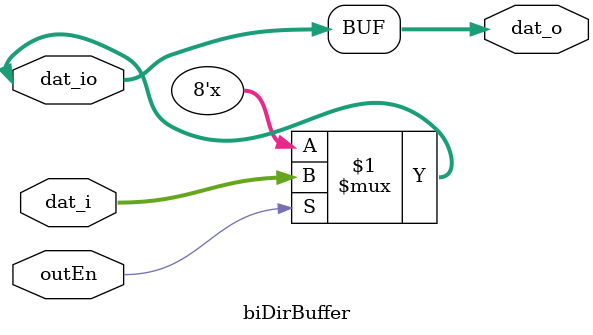
<source format=sv>
module biDirBuffer(
   input  logic       outEn,
   input  logic [7:0] dat_i,
   output logic [7:0] dat_o,
   inout  logic  [7:0] dat_io);
   
   assign dat_o = dat_io; 
   assign dat_io = outEn ? dat_i : 'Z;
endmodule

</source>
